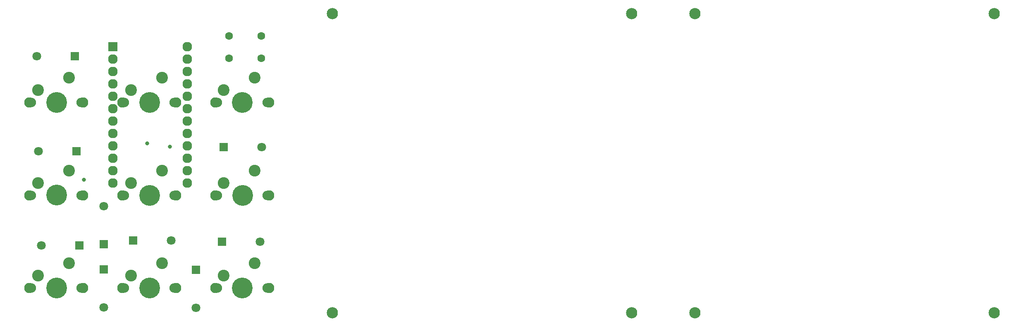
<source format=gbr>
%TF.GenerationSoftware,Altium Limited,Altium Designer,20.1.12 (249)*%
G04 Layer_Color=16711935*
%FSLAX26Y26*%
%MOIN*%
%TF.SameCoordinates,C6B7DB02-E56D-4098-84F2-B1512E134489*%
%TF.FilePolarity,Negative*%
%TF.FileFunction,Soldermask,Bot*%
%TF.Part,Single*%
G01*
G75*
%TA.AperFunction,ComponentPad*%
%ADD26C,0.070992*%
%ADD27R,0.070992X0.070992*%
%ADD28C,0.167449*%
%ADD29C,0.094614*%
%ADD30C,0.082803*%
%ADD31C,0.074929*%
%ADD32C,0.077016*%
%ADD33R,0.077016X0.077016*%
%ADD34C,0.063118*%
%ADD35R,0.070992X0.070992*%
%TA.AperFunction,ViaPad*%
%ADD36C,0.090677*%
%ADD37C,0.031622*%
D26*
X2049764Y1511653D02*
D03*
X2037716Y748189D02*
D03*
X1320158Y760276D02*
D03*
X273701Y720079D02*
D03*
X249606Y1479528D02*
D03*
X237520Y2247008D02*
D03*
X775984Y1035197D02*
D03*
Y220118D02*
D03*
X1519370Y216102D02*
D03*
D27*
X1742677Y1511653D02*
D03*
X1730630Y748189D02*
D03*
X1013071Y760276D02*
D03*
X580787Y720079D02*
D03*
X556693Y1479528D02*
D03*
X544606Y2247008D02*
D03*
D28*
X1895472Y375000D02*
D03*
X1146260D02*
D03*
X397047D02*
D03*
Y1124213D02*
D03*
X1146496Y1123189D02*
D03*
X1895709D02*
D03*
X1895472Y1873425D02*
D03*
X1146260D02*
D03*
X397047D02*
D03*
D29*
X1744882Y474409D02*
D03*
X1994882Y574409D02*
D03*
X995669Y474409D02*
D03*
X1245669Y574409D02*
D03*
X246457Y474409D02*
D03*
X496457Y574409D02*
D03*
X246457Y1223622D02*
D03*
X496457Y1323622D02*
D03*
X995905Y1222598D02*
D03*
X1245906Y1322598D02*
D03*
X1745118Y1222598D02*
D03*
X1995118Y1322598D02*
D03*
X1744882Y1972835D02*
D03*
X1994882Y2072835D02*
D03*
X995669Y1972835D02*
D03*
X1245669Y2072835D02*
D03*
X246457Y1972835D02*
D03*
X496457Y2072835D02*
D03*
D30*
X1676968Y374409D02*
D03*
X2110433D02*
D03*
X927756D02*
D03*
X1361220D02*
D03*
X178543D02*
D03*
X612008D02*
D03*
X178543Y1123622D02*
D03*
X612008D02*
D03*
X927992Y1122598D02*
D03*
X1361457D02*
D03*
X1677205D02*
D03*
X2110669D02*
D03*
X1676968Y1872835D02*
D03*
X2110433D02*
D03*
X927756D02*
D03*
X1361220D02*
D03*
X178543D02*
D03*
X612008D02*
D03*
D31*
X1693898Y374409D02*
D03*
X2093898D02*
D03*
X944685D02*
D03*
X1344685D02*
D03*
X195472D02*
D03*
X595472D02*
D03*
X195472Y1123622D02*
D03*
X595472D02*
D03*
X944921Y1122598D02*
D03*
X1344921D02*
D03*
X1694134D02*
D03*
X2094134D02*
D03*
X1693898Y1872835D02*
D03*
X2093898D02*
D03*
X944685D02*
D03*
X1344685D02*
D03*
X195472D02*
D03*
X595472D02*
D03*
D32*
X1448854Y2124174D02*
D03*
Y1324174D02*
D03*
Y1724174D02*
D03*
Y1224174D02*
D03*
Y1524174D02*
D03*
Y1424174D02*
D03*
Y1924174D02*
D03*
Y1824174D02*
D03*
Y2224174D02*
D03*
Y2024174D02*
D03*
Y2324174D02*
D03*
Y1624174D02*
D03*
X848854Y1324174D02*
D03*
Y1724174D02*
D03*
Y2124174D02*
D03*
Y1224174D02*
D03*
Y1524174D02*
D03*
Y1424174D02*
D03*
Y1924174D02*
D03*
Y1824174D02*
D03*
Y2024174D02*
D03*
Y2224174D02*
D03*
Y1624174D02*
D03*
D33*
Y2324174D02*
D03*
D34*
X1788740Y2229291D02*
D03*
Y2410394D02*
D03*
X2048583Y2229291D02*
D03*
Y2410394D02*
D03*
D35*
X775984Y728110D02*
D03*
Y527205D02*
D03*
X1519370Y523189D02*
D03*
D36*
X5543110Y2590551D02*
D03*
Y177165D02*
D03*
X7956496Y2590551D02*
D03*
D03*
D03*
Y177165D02*
D03*
X5035433D02*
D03*
Y2590551D02*
D03*
D03*
D03*
X2622047Y177165D02*
D03*
Y2590551D02*
D03*
D37*
X618110Y1248032D02*
D03*
X1311024Y1515748D02*
D03*
X1125984Y1543307D02*
D03*
%TF.MD5,8637ea3f9aa298bf7d917530b55e122e*%
M02*

</source>
